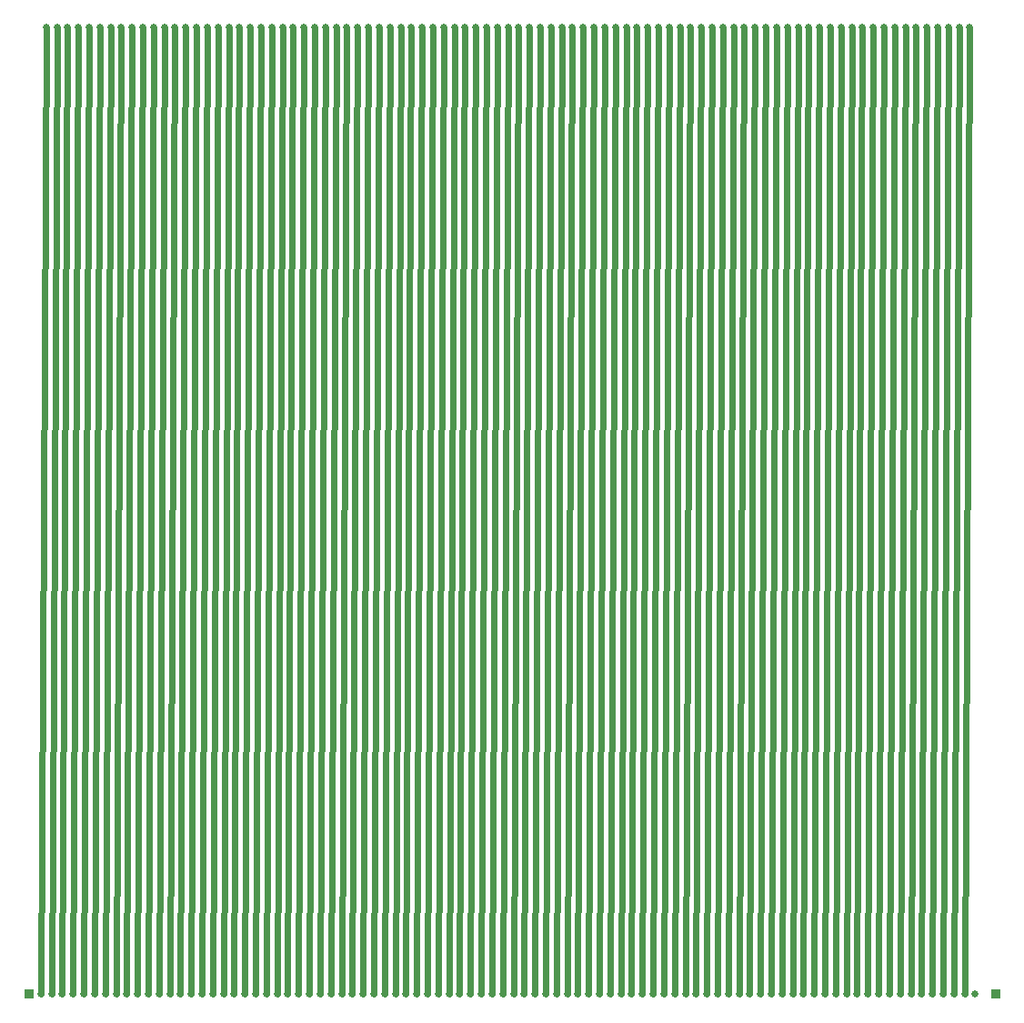
<source format=gbr>
%TF.GenerationSoftware,KiCad,Pcbnew,8.0.4*%
%TF.CreationDate,2024-09-11T16:59:23+10:00*%
%TF.ProjectId,pcb-inductor,7063622d-696e-4647-9563-746f722e6b69,rev?*%
%TF.SameCoordinates,Original*%
%TF.FileFunction,Copper,L2,Bot*%
%TF.FilePolarity,Positive*%
%FSLAX46Y46*%
G04 Gerber Fmt 4.6, Leading zero omitted, Abs format (unit mm)*
G04 Created by KiCad (PCBNEW 8.0.4) date 2024-09-11 16:59:23*
%MOMM*%
%LPD*%
G01*
G04 APERTURE LIST*
%TA.AperFunction,NonConductor*%
%ADD10C,0.600000*%
%TD*%
%TA.AperFunction,ComponentPad*%
%ADD11R,0.850000X0.850000*%
%TD*%
%TA.AperFunction,ViaPad*%
%ADD12C,0.650000*%
%TD*%
G04 APERTURE END LIST*
D10*
X135100000Y-145000000D02*
X135600000Y-55000000D01*
X160100000Y-145000000D02*
X160600000Y-55000000D01*
X127100000Y-145000000D02*
X127600000Y-55000000D01*
X174100000Y-145000000D02*
X174600000Y-55000000D01*
X177100000Y-145000000D02*
X177600000Y-55000000D01*
X141100000Y-145000000D02*
X141600000Y-55000000D01*
X197100000Y-145000000D02*
X197600000Y-55000000D01*
X175100000Y-145000000D02*
X175600000Y-55000000D01*
X176100000Y-145000000D02*
X176600000Y-55000000D01*
X179100000Y-145000000D02*
X179600000Y-55000000D01*
X150100000Y-145000000D02*
X150600000Y-55000000D01*
X142100000Y-145000000D02*
X142600000Y-55000000D01*
X149100000Y-145000000D02*
X149600000Y-55000000D01*
X178100000Y-145000000D02*
X178600000Y-55000000D01*
X190100000Y-145000000D02*
X190600000Y-55000000D01*
X163100000Y-145000000D02*
X163600000Y-55000000D01*
X156100000Y-145000000D02*
X156600000Y-55000000D01*
X189100000Y-145000000D02*
X189600000Y-55000000D01*
X194100000Y-145000000D02*
X194600000Y-55000000D01*
X159100000Y-145000000D02*
X159600000Y-55000000D01*
X146100000Y-145000000D02*
X146600000Y-55000000D01*
X172100000Y-145000000D02*
X172600000Y-55000000D01*
X155100000Y-145000000D02*
X155600000Y-55000000D01*
X113100000Y-145000000D02*
X113600000Y-55000000D01*
X184100000Y-145000000D02*
X184600000Y-55000000D01*
X169100000Y-145000000D02*
X169600000Y-55000000D01*
X161100000Y-145000000D02*
X161600000Y-55000000D01*
X139100000Y-145000000D02*
X139600000Y-55000000D01*
X119100000Y-145000000D02*
X119600000Y-55000000D01*
X120100000Y-145000000D02*
X120600000Y-55000000D01*
X193100000Y-145000000D02*
X193600000Y-55000000D01*
X138100000Y-145000000D02*
X138600000Y-55000000D01*
X133100000Y-145000000D02*
X133600000Y-55000000D01*
X185100000Y-145000000D02*
X185600000Y-55000000D01*
X143100000Y-145000000D02*
X143600000Y-55000000D01*
X164100000Y-145000000D02*
X164600000Y-55000000D01*
X137100000Y-145000000D02*
X137600000Y-55000000D01*
X144100000Y-145000000D02*
X144600000Y-55000000D01*
X128100000Y-145000000D02*
X128600000Y-55000000D01*
X188100000Y-145000000D02*
X188600000Y-55000000D01*
X125100000Y-145000000D02*
X125600000Y-55000000D01*
X181100000Y-145000000D02*
X181600000Y-55000000D01*
X154100000Y-145000000D02*
X154600000Y-55000000D01*
X132100000Y-145000000D02*
X132600000Y-55000000D01*
X167100000Y-145000000D02*
X167600000Y-55000000D01*
X196100000Y-145000000D02*
X196600000Y-55000000D01*
X158100000Y-145000000D02*
X158600000Y-55000000D01*
X165100000Y-145000000D02*
X165600000Y-55000000D01*
X151100000Y-145000000D02*
X151600000Y-55000000D01*
X123100000Y-145000000D02*
X123600000Y-55000000D01*
X129100000Y-145000000D02*
X129600000Y-55000000D01*
X115100000Y-145000000D02*
X115600000Y-55000000D01*
X136100000Y-145000000D02*
X136600000Y-55000000D01*
X168100000Y-145000000D02*
X168600000Y-55000000D01*
X147100000Y-145000000D02*
X147600000Y-55000000D01*
X195100000Y-145000000D02*
X195600000Y-55000000D01*
X122100000Y-145000000D02*
X122600000Y-55000000D01*
X170100000Y-145000000D02*
X170600000Y-55000000D01*
X111100000Y-145000000D02*
X111600000Y-55000000D01*
X186100000Y-145000000D02*
X186600000Y-55000000D01*
X121100000Y-145000000D02*
X121600000Y-55000000D01*
X112100000Y-145000000D02*
X112600000Y-55000000D01*
X145100000Y-145000000D02*
X145600000Y-55000000D01*
X171100000Y-145000000D02*
X171600000Y-55000000D01*
X148100000Y-145000000D02*
X148600000Y-55000000D01*
X187100000Y-145000000D02*
X187600000Y-55000000D01*
X124100000Y-145000000D02*
X124600000Y-55000000D01*
X131100000Y-145000000D02*
X131600000Y-55000000D01*
X182100000Y-145000000D02*
X182600000Y-55000000D01*
X130100000Y-145000000D02*
X130600000Y-55000000D01*
X114100000Y-145000000D02*
X114600000Y-55000000D01*
X192100000Y-145000000D02*
X192600000Y-55000000D01*
X173100000Y-145000000D02*
X173600000Y-55000000D01*
X126100000Y-145000000D02*
X126600000Y-55000000D01*
X183100000Y-145000000D02*
X183600000Y-55000000D01*
X162100000Y-145000000D02*
X162600000Y-55000000D01*
X152100000Y-145000000D02*
X152600000Y-55000000D01*
X140100000Y-145000000D02*
X140600000Y-55000000D01*
X157100000Y-145000000D02*
X157600000Y-55000000D01*
X118100000Y-145000000D02*
X118600000Y-55000000D01*
X117100000Y-145000000D02*
X117600000Y-55000000D01*
X116100000Y-145000000D02*
X116600000Y-55000000D01*
X153100000Y-145000000D02*
X153600000Y-55000000D01*
X134100000Y-145000000D02*
X134600000Y-55000000D01*
X180100000Y-145000000D02*
X180600000Y-55000000D01*
X191100000Y-145000000D02*
X191600000Y-55000000D01*
X166100000Y-145000000D02*
X166600000Y-55000000D01*
D11*
%TO.P,REF\u002A\u002A,1*%
%TO.N,N/C*%
X200000000Y-145000000D03*
%TD*%
%TO.P,REF\u002A\u002A,1*%
%TO.N,N/C*%
X110000000Y-145000000D03*
%TD*%
D12*
%TO.N,*%
X154600000Y-55000000D03*
X122100000Y-145000000D03*
X127100000Y-145000000D03*
X116100000Y-145000000D03*
X133600000Y-55000000D03*
X191600000Y-55000000D03*
X193600000Y-55000000D03*
X196100000Y-145000000D03*
X159600000Y-55000000D03*
X140600000Y-55000000D03*
X152100000Y-145000000D03*
X190600000Y-55000000D03*
X170600000Y-55000000D03*
X134100000Y-145000000D03*
X177100000Y-145000000D03*
X119600000Y-55000000D03*
X181100000Y-145000000D03*
X162100000Y-145000000D03*
X147600000Y-55000000D03*
X160100000Y-145000000D03*
X129100000Y-145000000D03*
X132600000Y-55000000D03*
X162600000Y-55000000D03*
X165100000Y-145000000D03*
X135600000Y-55000000D03*
X198100000Y-145000000D03*
X177600000Y-55000000D03*
X123100000Y-145000000D03*
X169100000Y-145000000D03*
X168100000Y-145000000D03*
X116600000Y-55000000D03*
X174600000Y-55000000D03*
X163600000Y-55000000D03*
X118600000Y-55000000D03*
X180100000Y-145000000D03*
X188600000Y-55000000D03*
X149600000Y-55000000D03*
X147100000Y-145000000D03*
X182600000Y-55000000D03*
X184600000Y-55000000D03*
X146600000Y-55000000D03*
X140100000Y-145000000D03*
X184100000Y-145000000D03*
X132100000Y-145000000D03*
X153100000Y-145000000D03*
X137100000Y-145000000D03*
X113600000Y-55000000D03*
X182100000Y-145000000D03*
X155100000Y-145000000D03*
X194100000Y-145000000D03*
X141100000Y-145000000D03*
X186100000Y-145000000D03*
X131100000Y-145000000D03*
X156600000Y-55000000D03*
X148100000Y-145000000D03*
X129600000Y-55000000D03*
X156100000Y-145000000D03*
X158100000Y-145000000D03*
X196600000Y-55000000D03*
X148600000Y-55000000D03*
X118100000Y-145000000D03*
X185600000Y-55000000D03*
X175600000Y-55000000D03*
X144100000Y-145000000D03*
X112100000Y-145000000D03*
X120100000Y-145000000D03*
X187100000Y-145000000D03*
X111100000Y-145000000D03*
X119100000Y-145000000D03*
X115100000Y-145000000D03*
X190100000Y-145000000D03*
X176600000Y-55000000D03*
X145100000Y-145000000D03*
X122600000Y-55000000D03*
X117600000Y-55000000D03*
X179100000Y-145000000D03*
X174100000Y-145000000D03*
X126600000Y-55000000D03*
X195100000Y-145000000D03*
X121600000Y-55000000D03*
X128600000Y-55000000D03*
X167600000Y-55000000D03*
X192100000Y-145000000D03*
X164600000Y-55000000D03*
X166100000Y-145000000D03*
X194600000Y-55000000D03*
X114100000Y-145000000D03*
X197600000Y-55000000D03*
X124100000Y-145000000D03*
X138600000Y-55000000D03*
X141600000Y-55000000D03*
X157100000Y-145000000D03*
X160600000Y-55000000D03*
X168600000Y-55000000D03*
X143600000Y-55000000D03*
X123600000Y-55000000D03*
X111600000Y-55000000D03*
X125100000Y-145000000D03*
X143100000Y-145000000D03*
X179600000Y-55000000D03*
X125600000Y-55000000D03*
X114600000Y-55000000D03*
X142600000Y-55000000D03*
X163100000Y-145000000D03*
X169600000Y-55000000D03*
X197100000Y-145000000D03*
X173600000Y-55000000D03*
X195600000Y-55000000D03*
X154100000Y-145000000D03*
X161600000Y-55000000D03*
X181600000Y-55000000D03*
X159100000Y-145000000D03*
X144600000Y-55000000D03*
X139600000Y-55000000D03*
X183600000Y-55000000D03*
X152600000Y-55000000D03*
X136100000Y-145000000D03*
X161100000Y-145000000D03*
X149100000Y-145000000D03*
X176100000Y-145000000D03*
X117100000Y-145000000D03*
X146100000Y-145000000D03*
X158600000Y-55000000D03*
X164100000Y-145000000D03*
X130600000Y-55000000D03*
X191100000Y-145000000D03*
X187600000Y-55000000D03*
X126100000Y-145000000D03*
X142100000Y-145000000D03*
X172600000Y-55000000D03*
X178600000Y-55000000D03*
X127600000Y-55000000D03*
X193100000Y-145000000D03*
X189600000Y-55000000D03*
X175100000Y-145000000D03*
X185100000Y-145000000D03*
X113100000Y-145000000D03*
X186600000Y-55000000D03*
X115600000Y-55000000D03*
X135100000Y-145000000D03*
X192600000Y-55000000D03*
X150100000Y-145000000D03*
X157600000Y-55000000D03*
X139100000Y-145000000D03*
X172100000Y-145000000D03*
X151600000Y-55000000D03*
X121100000Y-145000000D03*
X165600000Y-55000000D03*
X112600000Y-55000000D03*
X136600000Y-55000000D03*
X189100000Y-145000000D03*
X180600000Y-55000000D03*
X173100000Y-145000000D03*
X171600000Y-55000000D03*
X155600000Y-55000000D03*
X171100000Y-145000000D03*
X183100000Y-145000000D03*
X166600000Y-55000000D03*
X124600000Y-55000000D03*
X128100000Y-145000000D03*
X170100000Y-145000000D03*
X167100000Y-145000000D03*
X120600000Y-55000000D03*
X188100000Y-145000000D03*
X134600000Y-55000000D03*
X151100000Y-145000000D03*
X145600000Y-55000000D03*
X131600000Y-55000000D03*
X138100000Y-145000000D03*
X178100000Y-145000000D03*
X150600000Y-55000000D03*
X137600000Y-55000000D03*
X153600000Y-55000000D03*
X133100000Y-145000000D03*
X130100000Y-145000000D03*
%TD*%
M02*

</source>
